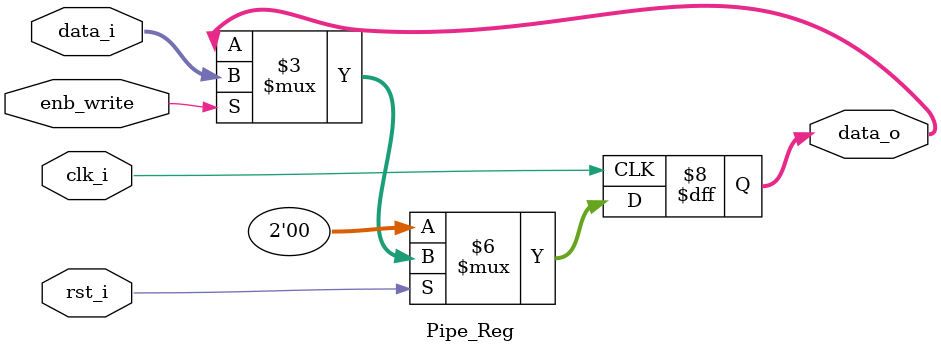
<source format=v>
`timescale 1ns / 1ps
module Pipe_Reg(
    clk_i,
    rst_i,
    enb_write,
    data_i,
    data_o
    );
					
parameter size = 0;

input   clk_i;		  
input   rst_i;
input   enb_write;
input   [size-1:0] data_i;
output reg  [size-1:0] data_o;
	  
always@(posedge clk_i) begin
    if(~rst_i)
        data_o <= 0;
    else if (enb_write)
        data_o <= data_i;
end

endmodule	
</source>
